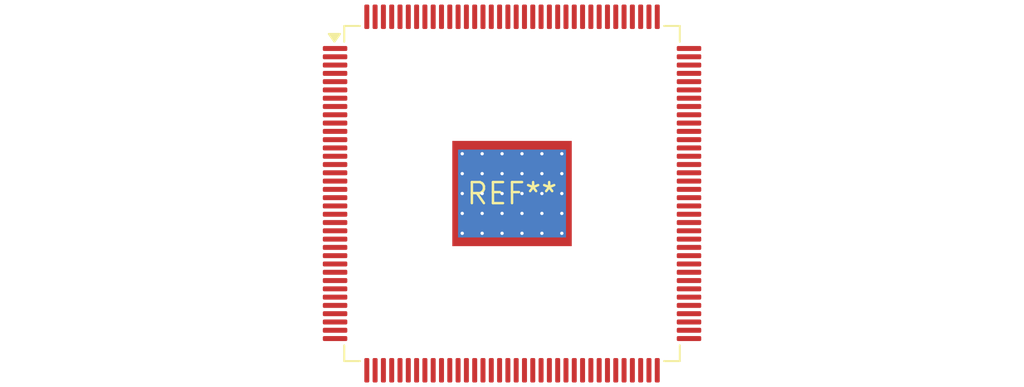
<source format=kicad_pcb>
(kicad_pcb (version 20240108) (generator pcbnew)
  (layers (0 "F.Cu" signal) (31 "B.Cu" signal) (34 "B.Paste" user) (35 "F.Paste" user) (36 "B.SilkS" user "B.Silkscreen") (37 "F.SilkS" user "F.Silkscreen") (38 "B.Mask" user) (39 "F.Mask" user) (44 "Edge.Cuts" user))
  (net 0 "")
  (footprint "EQFP-144-1EP_20x20mm_P0.5mm_EP7.2x6.35mm_ThermalVias" (layer "F.Cu") (at 0 0)
    (property "Reference" "REF**")
    (property "Value" "EQFP-144-1EP_20x20mm_P0.5mm_EP7.2x6.35mm_ThermalVias")
    (fp_line (start -10.11 -10.11) (end -10.11 -9.16) (layer "F.SilkS") (stroke (width 0.12)))
    (fp_line (start -10.11 10.11) (end -10.11 9.16) (layer "F.SilkS") (stroke (width 0.12)))
    (fp_line (start -9.16 -10.11) (end -10.11 -10.11) (layer "F.SilkS") (stroke (width 0.12)))
    (fp_line (start -9.16 10.11) (end -10.11 10.11) (layer "F.SilkS") (stroke (width 0.12)))
    (fp_line (start 9.16 -10.11) (end 10.11 -10.11) (layer "F.SilkS") (stroke (width 0.12)))
    (fp_line (start 9.16 10.11) (end 10.11 10.11) (layer "F.SilkS") (stroke (width 0.12)))
    (fp_line (start 10.11 -10.11) (end 10.11 -9.16) (layer "F.SilkS") (stroke (width 0.12)))
    (fp_line (start 10.11 10.11) (end 10.11 9.16) (layer "F.SilkS") (stroke (width 0.12)))
    (fp_poly (pts (xy -10.7 -9.16) (xy -11.04 -9.63) (xy -10.36 -9.63) (xy -10.7 -9.16)) (layer "F.SilkS") (stroke (width 0.12)) (fill solid))
    (pad "1" smd roundrect (at -10.6625 -8.75) (size 1.475 0.3) (layers "F.Cu" "F.Paste" "F.Mask"))
    (pad "2" smd roundrect (at -10.6625 -8.25) (size 1.475 0.3) (layers "F.Cu" "F.Paste" "F.Mask"))
    (pad "3" smd roundrect (at -10.6625 -7.75) (size 1.475 0.3) (layers "F.Cu" "F.Paste" "F.Mask"))
    (pad "4" smd roundrect (at -10.6625 -7.25) (size 1.475 0.3) (layers "F.Cu" "F.Paste" "F.Mask"))
    (pad "5" smd roundrect (at -10.6625 -6.75) (size 1.475 0.3) (layers "F.Cu" "F.Paste" "F.Mask"))
    (pad "6" smd roundrect (at -10.6625 -6.25) (size 1.475 0.3) (layers "F.Cu" "F.Paste" "F.Mask"))
    (pad "7" smd roundrect (at -10.6625 -5.75) (size 1.475 0.3) (layers "F.Cu" "F.Paste" "F.Mask"))
    (pad "8" smd roundrect (at -10.6625 -5.25) (size 1.475 0.3) (layers "F.Cu" "F.Paste" "F.Mask"))
    (pad "9" smd roundrect (at -10.6625 -4.75) (size 1.475 0.3) (layers "F.Cu" "F.Paste" "F.Mask"))
    (pad "10" smd roundrect (at -10.6625 -4.25) (size 1.475 0.3) (layers "F.Cu" "F.Paste" "F.Mask"))
    (pad "11" smd roundrect (at -10.6625 -3.75) (size 1.475 0.3) (layers "F.Cu" "F.Paste" "F.Mask"))
    (pad "12" smd roundrect (at -10.6625 -3.25) (size 1.475 0.3) (layers "F.Cu" "F.Paste" "F.Mask"))
    (pad "13" smd roundrect (at -10.6625 -2.75) (size 1.475 0.3) (layers "F.Cu" "F.Paste" "F.Mask"))
    (pad "14" smd roundrect (at -10.6625 -2.25) (size 1.475 0.3) (layers "F.Cu" "F.Paste" "F.Mask"))
    (pad "15" smd roundrect (at -10.6625 -1.75) (size 1.475 0.3) (layers "F.Cu" "F.Paste" "F.Mask"))
    (pad "16" smd roundrect (at -10.6625 -1.25) (size 1.475 0.3) (layers "F.Cu" "F.Paste" "F.Mask"))
    (pad "17" smd roundrect (at -10.6625 -0.75) (size 1.475 0.3) (layers "F.Cu" "F.Paste" "F.Mask"))
    (pad "18" smd roundrect (at -10.6625 -0.25) (size 1.475 0.3) (layers "F.Cu" "F.Paste" "F.Mask"))
    (pad "19" smd roundrect (at -10.6625 0.25) (size 1.475 0.3) (layers "F.Cu" "F.Paste" "F.Mask"))
    (pad "20" smd roundrect (at -10.6625 0.75) (size 1.475 0.3) (layers "F.Cu" "F.Paste" "F.Mask"))
    (pad "21" smd roundrect (at -10.6625 1.25) (size 1.475 0.3) (layers "F.Cu" "F.Paste" "F.Mask"))
    (pad "22" smd roundrect (at -10.6625 1.75) (size 1.475 0.3) (layers "F.Cu" "F.Paste" "F.Mask"))
    (pad "23" smd roundrect (at -10.6625 2.25) (size 1.475 0.3) (layers "F.Cu" "F.Paste" "F.Mask"))
    (pad "24" smd roundrect (at -10.6625 2.75) (size 1.475 0.3) (layers "F.Cu" "F.Paste" "F.Mask"))
    (pad "25" smd roundrect (at -10.6625 3.25) (size 1.475 0.3) (layers "F.Cu" "F.Paste" "F.Mask"))
    (pad "26" smd roundrect (at -10.6625 3.75) (size 1.475 0.3) (layers "F.Cu" "F.Paste" "F.Mask"))
    (pad "27" smd roundrect (at -10.6625 4.25) (size 1.475 0.3) (layers "F.Cu" "F.Paste" "F.Mask"))
    (pad "28" smd roundrect (at -10.6625 4.75) (size 1.475 0.3) (layers "F.Cu" "F.Paste" "F.Mask"))
    (pad "29" smd roundrect (at -10.6625 5.25) (size 1.475 0.3) (layers "F.Cu" "F.Paste" "F.Mask"))
    (pad "30" smd roundrect (at -10.6625 5.75) (size 1.475 0.3) (layers "F.Cu" "F.Paste" "F.Mask"))
    (pad "31" smd roundrect (at -10.6625 6.25) (size 1.475 0.3) (layers "F.Cu" "F.Paste" "F.Mask"))
    (pad "32" smd roundrect (at -10.6625 6.75) (size 1.475 0.3) (layers "F.Cu" "F.Paste" "F.Mask"))
    (pad "33" smd roundrect (at -10.6625 7.25) (size 1.475 0.3) (layers "F.Cu" "F.Paste" "F.Mask"))
    (pad "34" smd roundrect (at -10.6625 7.75) (size 1.475 0.3) (layers "F.Cu" "F.Paste" "F.Mask"))
    (pad "35" smd roundrect (at -10.6625 8.25) (size 1.475 0.3) (layers "F.Cu" "F.Paste" "F.Mask"))
    (pad "36" smd roundrect (at -10.6625 8.75) (size 1.475 0.3) (layers "F.Cu" "F.Paste" "F.Mask"))
    (pad "37" smd roundrect (at -8.75 10.6625) (size 0.3 1.475) (layers "F.Cu" "F.Paste" "F.Mask"))
    (pad "38" smd roundrect (at -8.25 10.6625) (size 0.3 1.475) (layers "F.Cu" "F.Paste" "F.Mask"))
    (pad "39" smd roundrect (at -7.75 10.6625) (size 0.3 1.475) (layers "F.Cu" "F.Paste" "F.Mask"))
    (pad "40" smd roundrect (at -7.25 10.6625) (size 0.3 1.475) (layers "F.Cu" "F.Paste" "F.Mask"))
    (pad "41" smd roundrect (at -6.75 10.6625) (size 0.3 1.475) (layers "F.Cu" "F.Paste" "F.Mask"))
    (pad "42" smd roundrect (at -6.25 10.6625) (size 0.3 1.475) (layers "F.Cu" "F.Paste" "F.Mask"))
    (pad "43" smd roundrect (at -5.75 10.6625) (size 0.3 1.475) (layers "F.Cu" "F.Paste" "F.Mask"))
    (pad "44" smd roundrect (at -5.25 10.6625) (size 0.3 1.475) (layers "F.Cu" "F.Paste" "F.Mask"))
    (pad "45" smd roundrect (at -4.75 10.6625) (size 0.3 1.475) (layers "F.Cu" "F.Paste" "F.Mask"))
    (pad "46" smd roundrect (at -4.25 10.6625) (size 0.3 1.475) (layers "F.Cu" "F.Paste" "F.Mask"))
    (pad "47" smd roundrect (at -3.75 10.6625) (size 0.3 1.475) (layers "F.Cu" "F.Paste" "F.Mask"))
    (pad "48" smd roundrect (at -3.25 10.6625) (size 0.3 1.475) (layers "F.Cu" "F.Paste" "F.Mask"))
    (pad "49" smd roundrect (at -2.75 10.6625) (size 0.3 1.475) (layers "F.Cu" "F.Paste" "F.Mask"))
    (pad "50" smd roundrect (at -2.25 10.6625) (size 0.3 1.475) (layers "F.Cu" "F.Paste" "F.Mask"))
    (pad "51" smd roundrect (at -1.75 10.6625) (size 0.3 1.475) (layers "F.Cu" "F.Paste" "F.Mask"))
    (pad "52" smd roundrect (at -1.25 10.6625) (size 0.3 1.475) (layers "F.Cu" "F.Paste" "F.Mask"))
    (pad "53" smd roundrect (at -0.75 10.6625) (size 0.3 1.475) (layers "F.Cu" "F.Paste" "F.Mask"))
    (pad "54" smd roundrect (at -0.25 10.6625) (size 0.3 1.475) (layers "F.Cu" "F.Paste" "F.Mask"))
    (pad "55" smd roundrect (at 0.25 10.6625) (size 0.3 1.475) (layers "F.Cu" "F.Paste" "F.Mask"))
    (pad "56" smd roundrect (at 0.75 10.6625) (size 0.3 1.475) (layers "F.Cu" "F.Paste" "F.Mask"))
    (pad "57" smd roundrect (at 1.25 10.6625) (size 0.3 1.475) (layers "F.Cu" "F.Paste" "F.Mask"))
    (pad "58" smd roundrect (at 1.75 10.6625) (size 0.3 1.475) (layers "F.Cu" "F.Paste" "F.Mask"))
    (pad "59" smd roundrect (at 2.25 10.6625) (size 0.3 1.475) (layers "F.Cu" "F.Paste" "F.Mask"))
    (pad "60" smd roundrect (at 2.75 10.6625) (size 0.3 1.475) (layers "F.Cu" "F.Paste" "F.Mask"))
    (pad "61" smd roundrect (at 3.25 10.6625) (size 0.3 1.475) (layers "F.Cu" "F.Paste" "F.Mask"))
    (pad "62" smd roundrect (at 3.75 10.6625) (size 0.3 1.475) (layers "F.Cu" "F.Paste" "F.Mask"))
    (pad "63" smd roundrect (at 4.25 10.6625) (size 0.3 1.475) (layers "F.Cu" "F.Paste" "F.Mask"))
    (pad "64" smd roundrect (at 4.75 10.6625) (size 0.3 1.475) (layers "F.Cu" "F.Paste" "F.Mask"))
    (pad "65" smd roundrect (at 5.25 10.6625) (size 0.3 1.475) (layers "F.Cu" "F.Paste" "F.Mask"))
    (pad "66" smd roundrect (at 5.75 10.6625) (size 0.3 1.475) (layers "F.Cu" "F.Paste" "F.Mask"))
    (pad "67" smd roundrect (at 6.25 10.6625) (size 0.3 1.475) (layers "F.Cu" "F.Paste" "F.Mask"))
    (pad "68" smd roundrect (at 6.75 10.6625) (size 0.3 1.475) (layers "F.Cu" "F.Paste" "F.Mask"))
    (pad "69" smd roundrect (at 7.25 10.6625) (size 0.3 1.475) (layers "F.Cu" "F.Paste" "F.Mask"))
    (pad "70" smd roundrect (at 7.75 10.6625) (size 0.3 1.475) (layers "F.Cu" "F.Paste" "F.Mask"))
    (pad "71" smd roundrect (at 8.25 10.6625) (size 0.3 1.475) (layers "F.Cu" "F.Paste" "F.Mask"))
    (pad "72" smd roundrect (at 8.75 10.6625) (size 0.3 1.475) (layers "F.Cu" "F.Paste" "F.Mask"))
    (pad "73" smd roundrect (at 10.6625 8.75) (size 1.475 0.3) (layers "F.Cu" "F.Paste" "F.Mask"))
    (pad "74" smd roundrect (at 10.6625 8.25) (size 1.475 0.3) (layers "F.Cu" "F.Paste" "F.Mask"))
    (pad "75" smd roundrect (at 10.6625 7.75) (size 1.475 0.3) (layers "F.Cu" "F.Paste" "F.Mask"))
    (pad "76" smd roundrect (at 10.6625 7.25) (size 1.475 0.3) (layers "F.Cu" "F.Paste" "F.Mask"))
    (pad "77" smd roundrect (at 10.6625 6.75) (size 1.475 0.3) (layers "F.Cu" "F.Paste" "F.Mask"))
    (pad "78" smd roundrect (at 10.6625 6.25) (size 1.475 0.3) (layers "F.Cu" "F.Paste" "F.Mask"))
    (pad "79" smd roundrect (at 10.6625 5.75) (size 1.475 0.3) (layers "F.Cu" "F.Paste" "F.Mask"))
    (pad "80" smd roundrect (at 10.6625 5.25) (size 1.475 0.3) (layers "F.Cu" "F.Paste" "F.Mask"))
    (pad "81" smd roundrect (at 10.6625 4.75) (size 1.475 0.3) (layers "F.Cu" "F.Paste" "F.Mask"))
    (pad "82" smd roundrect (at 10.6625 4.25) (size 1.475 0.3) (layers "F.Cu" "F.Paste" "F.Mask"))
    (pad "83" smd roundrect (at 10.6625 3.75) (size 1.475 0.3) (layers "F.Cu" "F.Paste" "F.Mask"))
    (pad "84" smd roundrect (at 10.6625 3.25) (size 1.475 0.3) (layers "F.Cu" "F.Paste" "F.Mask"))
    (pad "85" smd roundrect (at 10.6625 2.75) (size 1.475 0.3) (layers "F.Cu" "F.Paste" "F.Mask"))
    (pad "86" smd roundrect (at 10.6625 2.25) (size 1.475 0.3) (layers "F.Cu" "F.Paste" "F.Mask"))
    (pad "87" smd roundrect (at 10.6625 1.75) (size 1.475 0.3) (layers "F.Cu" "F.Paste" "F.Mask"))
    (pad "88" smd roundrect (at 10.6625 1.25) (size 1.475 0.3) (layers "F.Cu" "F.Paste" "F.Mask"))
    (pad "89" smd roundrect (at 10.6625 0.75) (size 1.475 0.3) (layers "F.Cu" "F.Paste" "F.Mask"))
    (pad "90" smd roundrect (at 10.6625 0.25) (size 1.475 0.3) (layers "F.Cu" "F.Paste" "F.Mask"))
    (pad "91" smd roundrect (at 10.6625 -0.25) (size 1.475 0.3) (layers "F.Cu" "F.Paste" "F.Mask"))
    (pad "92" smd roundrect (at 10.6625 -0.75) (size 1.475 0.3) (layers "F.Cu" "F.Paste" "F.Mask"))
    (pad "93" smd roundrect (at 10.6625 -1.25) (size 1.475 0.3) (layers "F.Cu" "F.Paste" "F.Mask"))
    (pad "94" smd roundrect (at 10.6625 -1.75) (size 1.475 0.3) (layers "F.Cu" "F.Paste" "F.Mask"))
    (pad "95" smd roundrect (at 10.6625 -2.25) (size 1.475 0.3) (layers "F.Cu" "F.Paste" "F.Mask"))
    (pad "96" smd roundrect (at 10.6625 -2.75) (size 1.475 0.3) (layers "F.Cu" "F.Paste" "F.Mask"))
    (pad "97" smd roundrect (at 10.6625 -3.25) (size 1.475 0.3) (layers "F.Cu" "F.Paste" "F.Mask"))
    (pad "98" smd roundrect (at 10.6625 -3.75) (size 1.475 0.3) (layers "F.Cu" "F.Paste" "F.Mask"))
    (pad "99" smd roundrect (at 10.6625 -4.25) (size 1.475 0.3) (layers "F.Cu" "F.Paste" "F.Mask"))
    (pad "100" smd roundrect (at 10.6625 -4.75) (size 1.475 0.3) (layers "F.Cu" "F.Paste" "F.Mask"))
    (pad "101" smd roundrect (at 10.6625 -5.25) (size 1.475 0.3) (layers "F.Cu" "F.Paste" "F.Mask"))
    (pad "102" smd roundrect (at 10.6625 -5.75) (size 1.475 0.3) (layers "F.Cu" "F.Paste" "F.Mask"))
    (pad "103" smd roundrect (at 10.6625 -6.25) (size 1.475 0.3) (layers "F.Cu" "F.Paste" "F.Mask"))
    (pad "104" smd roundrect (at 10.6625 -6.75) (size 1.475 0.3) (layers "F.Cu" "F.Paste" "F.Mask"))
    (pad "105" smd roundrect (at 10.6625 -7.25) (size 1.475 0.3) (layers "F.Cu" "F.Paste" "F.Mask"))
    (pad "106" smd roundrect (at 10.6625 -7.75) (size 1.475 0.3) (layers "F.Cu" "F.Paste" "F.Mask"))
    (pad "107" smd roundrect (at 10.6625 -8.25) (size 1.475 0.3) (layers "F.Cu" "F.Paste" "F.Mask"))
    (pad "108" smd roundrect (at 10.6625 -8.75) (size 1.475 0.3) (layers "F.Cu" "F.Paste" "F.Mask"))
    (pad "109" smd roundrect (at 8.75 -10.6625) (size 0.3 1.475) (layers "F.Cu" "F.Paste" "F.Mask"))
    (pad "110" smd roundrect (at 8.25 -10.6625) (size 0.3 1.475) (layers "F.Cu" "F.Paste" "F.Mask"))
    (pad "111" smd roundrect (at 7.75 -10.6625) (size 0.3 1.475) (layers "F.Cu" "F.Paste" "F.Mask"))
    (pad "112" smd roundrect (at 7.25 -10.6625) (size 0.3 1.475) (layers "F.Cu" "F.Paste" "F.Mask"))
    (pad "113" smd roundrect (at 6.75 -10.6625) (size 0.3 1.475) (layers "F.Cu" "F.Paste" "F.Mask"))
    (pad "114" smd roundrect (at 6.25 -10.6625) (size 0.3 1.475) (layers "F.Cu" "F.Paste" "F.Mask"))
    (pad "115" smd roundrect (at 5.75 -10.6625) (size 0.3 1.475) (layers "F.Cu" "F.Paste" "F.Mask"))
    (pad "116" smd roundrect (at 5.25 -10.6625) (size 0.3 1.475) (layers "F.Cu" "F.Paste" "F.Mask"))
    (pad "117" smd roundrect (at 4.75 -10.6625) (size 0.3 1.475) (layers "F.Cu" "F.Paste" "F.Mask"))
    (pad "118" smd roundrect (at 4.25 -10.6625) (size 0.3 1.475) (layers "F.Cu" "F.Paste" "F.Mask"))
    (pad "119" smd roundrect (at 3.75 -10.6625) (size 0.3 1.475) (layers "F.Cu" "F.Paste" "F.Mask"))
    (pad "120" smd roundrect (at 3.25 -10.6625) (size 0.3 1.475) (layers "F.Cu" "F.Paste" "F.Mask"))
    (pad "121" smd roundrect (at 2.75 -10.6625) (size 0.3 1.475) (layers "F.Cu" "F.Paste" "F.Mask"))
    (pad "122" smd roundrect (at 2.25 -10.6625) (size 0.3 1.475) (layers "F.Cu" "F.Paste" "F.Mask"))
    (pad "123" smd roundrect (at 1.75 -10.6625) (size 0.3 1.475) (layers "F.Cu" "F.Paste" "F.Mask"))
    (pad "124" smd roundrect (at 1.25 -10.6625) (size 0.3 1.475) (layers "F.Cu" "F.Paste" "F.Mask"))
    (pad "125" smd roundrect (at 0.75 -10.6625) (size 0.3 1.475) (layers "F.Cu" "F.Paste" "F.Mask"))
    (pad "126" smd roundrect (at 0.25 -10.6625) (size 0.3 1.475) (layers "F.Cu" "F.Paste" "F.Mask"))
    (pad "127" smd roundrect (at -0.25 -10.6625) (size 0.3 1.475) (layers "F.Cu" "F.Paste" "F.Mask"))
    (pad "128" smd roundrect (at -0.75 -10.6625) (size 0.3 1.475) (layers "F.Cu" "F.Paste" "F.Mask"))
    (pad "129" smd roundrect (at -1.25 -10.6625) (size 0.3 1.475) (layers "F.Cu" "F.Paste" "F.Mask"))
    (pad "130" smd roundrect (at -1.75 -10.6625) (size 0.3 1.475) (layers "F.Cu" "F.Paste" "F.Mask"))
    (pad "131" smd roundrect (at -2.25 -10.6625) (size 0.3 1.475) (layers "F.Cu" "F.Paste" "F.Mask"))
    (pad "132" smd roundrect (at -2.75 -10.6625) (size 0.3 1.475) (layers "F.Cu" "F.Paste" "F.Mask"))
    (pad "133" smd roundrect (at -3.25 -10.6625) (size 0.3 1.475) (layers "F.Cu" "F.Paste" "F.Mask"))
    (pad "134" smd roundrect (at -3.75 -10.6625) (size 0.3 1.475) (layers "F.Cu" "F.Paste" "F.Mask"))
    (pad "135" smd roundrect (at -4.25 -10.6625) (size 0.3 1.475) (layers "F.Cu" "F.Paste" "F.Mask"))
    (pad "136" smd roundrect (at -4.75 -10.6625) (size 0.3 1.475) (layers "F.Cu" "F.Paste" "F.Mask"))
    (pad "137" smd roundrect (at -5.25 -10.6625) (size 0.3 1.475) (layers "F.Cu" "F.Paste" "F.Mask"))
    (pad "138" smd roundrect (at -5.75 -10.6625) (size 0.3 1.475) (layers "F.Cu" "F.Paste" "F.Mask"))
    (pad "139" smd roundrect (at -6.25 -10.6625) (size 0.3 1.475) (layers "F.Cu" "F.Paste" "F.Mask"))
    (pad "140" smd roundrect (at -6.75 -10.6625) (size 0.3 1.475) (layers "F.Cu" "F.Paste" "F.Mask"))
    (pad "141" smd roundrect (at -7.25 -10.6625) (size 0.3 1.475) (layers "F.Cu" "F.Paste" "F.Mask"))
    (pad "142" smd roundrect (at -7.75 -10.6625) (size 0.3 1.475) (layers "F.Cu" "F.Paste" "F.Mask"))
    (pad "143" smd roundrect (at -8.25 -10.6625) (size 0.3 1.475) (layers "F.Cu" "F.Paste" "F.Mask"))
    (pad "144" smd roundrect (at -8.75 -10.6625) (size 0.3 1.475) (layers "F.Cu" "F.Paste" "F.Mask"))
    (pad "145" thru_hole circle (at -3 -2.4) (size 0.5 0.5) (drill 0.2) (property pad_prop_heatsink) (layers *.Cu) (remove_unused_layers))
    (pad "145" thru_hole circle (at -3 -1.2) (size 0.5 0.5) (drill 0.2) (property pad_prop_heatsink) (layers *.Cu) (remove_unused_layers))
    (pad "145" thru_hole circle (at -3 0) (size 0.5 0.5) (drill 0.2) (property pad_prop_heatsink) (layers *.Cu) (remove_unused_layers))
    (pad "145" thru_hole circle (at -3 1.2) (size 0.5 0.5) (drill 0.2) (property pad_prop_heatsink) (layers *.Cu) (remove_unused_layers))
    (pad "145" thru_hole circle (at -3 2.4) (size 0.5 0.5) (drill 0.2) (property pad_prop_heatsink) (layers *.Cu) (remove_unused_layers))
    (pad "145" thru_hole circle (at -1.8 -2.4) (size 0.5 0.5) (drill 0.2) (property pad_prop_heatsink) (layers *.Cu) (remove_unused_layers))
    (pad "145" thru_hole circle (at -1.8 -1.2) (size 0.5 0.5) (drill 0.2) (property pad_prop_heatsink) (layers *.Cu) (remove_unused_layers))
    (pad "145" thru_hole circle (at -1.8 0) (size 0.5 0.5) (drill 0.2) (property pad_prop_heatsink) (layers *.Cu) (remove_unused_layers))
    (pad "145" thru_hole circle (at -1.8 1.2) (size 0.5 0.5) (drill 0.2) (property pad_prop_heatsink) (layers *.Cu) (remove_unused_layers))
    (pad "145" thru_hole circle (at -1.8 2.4) (size 0.5 0.5) (drill 0.2) (property pad_prop_heatsink) (layers *.Cu) (remove_unused_layers))
    (pad "145" thru_hole circle (at -0.6 -2.4) (size 0.5 0.5) (drill 0.2) (property pad_prop_heatsink) (layers *.Cu) (remove_unused_layers))
    (pad "145" thru_hole circle (at -0.6 -1.2) (size 0.5 0.5) (drill 0.2) (property pad_prop_heatsink) (layers *.Cu) (remove_unused_layers))
    (pad "145" thru_hole circle (at -0.6 0) (size 0.5 0.5) (drill 0.2) (property pad_prop_heatsink) (layers *.Cu) (remove_unused_layers))
    (pad "145" thru_hole circle (at -0.6 1.2) (size 0.5 0.5) (drill 0.2) (property pad_prop_heatsink) (layers *.Cu) (remove_unused_layers))
    (pad "145" thru_hole circle (at -0.6 2.4) (size 0.5 0.5) (drill 0.2) (property pad_prop_heatsink) (layers *.Cu) (remove_unused_layers))
    (pad "145" smd rect (at 0 0) (size 6.5 5.3) (property pad_prop_heatsink) (layers "B.Cu"))
    (pad "145" smd rect (at 0 0) (size 7.2 6.35) (property pad_prop_heatsink) (layers "F.Cu" "F.Mask"))
    (pad "145" thru_hole circle (at 0.6 -2.4) (size 0.5 0.5) (drill 0.2) (property pad_prop_heatsink) (layers *.Cu) (remove_unused_layers))
    (pad "145" thru_hole circle (at 0.6 -1.2) (size 0.5 0.5) (drill 0.2) (property pad_prop_heatsink) (layers *.Cu) (remove_unused_layers))
    (pad "145" thru_hole circle (at 0.6 0) (size 0.5 0.5) (drill 0.2) (property pad_prop_heatsink) (layers *.Cu) (remove_unused_layers))
    (pad "145" thru_hole circle (at 0.6 1.2) (size 0.5 0.5) (drill 0.2) (property pad_prop_heatsink) (layers *.Cu) (remove_unused_layers))
    (pad "145" thru_hole circle (at 0.6 2.4) (size 0.5 0.5) (drill 0.2) (property pad_prop_heatsink) (layers *.Cu) (remove_unused_layers))
    (pad "145" thru_hole circle (at 1.8 -2.4) (size 0.5 0.5) (drill 0.2) (property pad_prop_heatsink) (layers *.Cu) (remove_unused_layers))
    (pad "145" thru_hole circle (at 1.8 -1.2) (size 0.5 0.5) (drill 0.2) (property pad_prop_heatsink) (layers *.Cu) (remove_unused_layers))
    (pad "145" thru_hole circle (at 1.8 0) (size 0.5 0.5) (drill 0.2) (property pad_prop_heatsink) (layers *.Cu) (remove_unused_layers))
    (pad "145" thru_hole circle (at 1.8 1.2) (size 0.5 0.5) (drill 0.2) (property pad_prop_heatsink) (layers *.Cu) (remove_unused_layers))
    (pad "145" thru_hole circle (at 1.8 2.4) (size 0.5 0.5) (drill 0.2) (property pad_prop_heatsink) (layers *.Cu) (remove_unused_layers))
    (pad "145" thru_hole circle (at 3 -2.4) (size 0.5 0.5) (drill 0.2) (property pad_prop_heatsink) (layers *.Cu) (remove_unused_layers))
    (pad "145" thru_hole circle (at 3 -1.2) (size 0.5 0.5) (drill 0.2) (property pad_prop_heatsink) (layers *.Cu) (remove_unused_layers))
    (pad "145" thru_hole circle (at 3 0) (size 0.5 0.5) (drill 0.2) (property pad_prop_heatsink) (layers *.Cu) (remove_unused_layers))
    (pad "145" thru_hole circle (at 3 1.2) (size 0.5 0.5) (drill 0.2) (property pad_prop_heatsink) (layers *.Cu) (remove_unused_layers))
    (pad "145" thru_hole circle (at 3 2.4) (size 0.5 0.5) (drill 0.2) (property pad_prop_heatsink) (layers *.Cu) (remove_unused_layers))
  )
)
</source>
